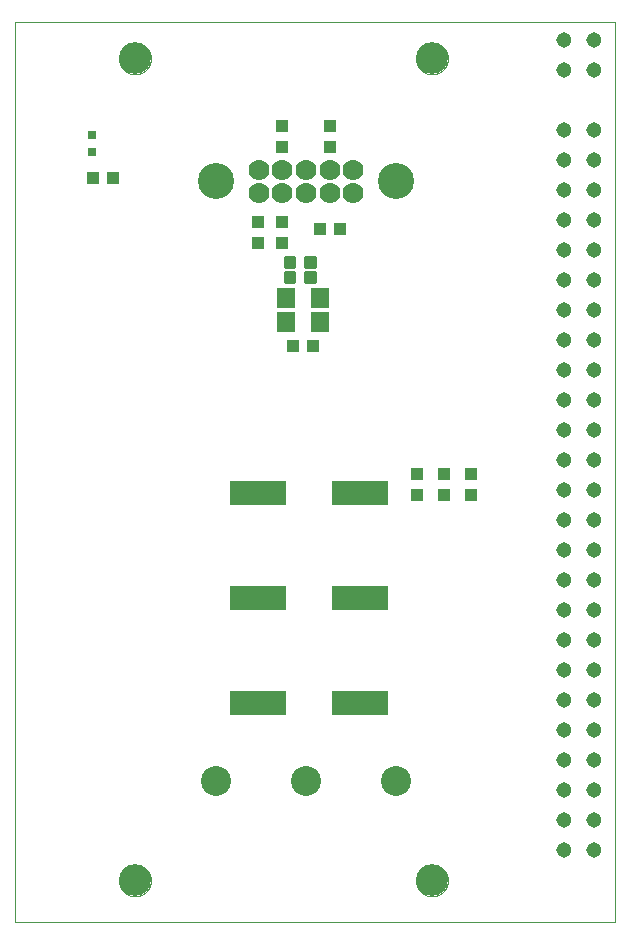
<source format=gts>
G75*
%MOIN*%
%OFA0B0*%
%FSLAX25Y25*%
%IPPOS*%
%LPD*%
%AMOC8*
5,1,8,0,0,1.08239X$1,22.5*
%
%ADD10C,0.00000*%
%ADD11C,0.10600*%
%ADD12R,0.03937X0.04331*%
%ADD13R,0.06299X0.07087*%
%ADD14R,0.04331X0.03937*%
%ADD15R,0.19000X0.08000*%
%ADD16C,0.01181*%
%ADD17R,0.03150X0.03150*%
%ADD18C,0.10000*%
%ADD19C,0.12000*%
%ADD20C,0.07000*%
%ADD21C,0.05137*%
D10*
X0001800Y0006800D02*
X0001800Y0306800D01*
X0201800Y0306800D01*
X0201800Y0006800D01*
X0001800Y0006800D01*
X0036500Y0020800D02*
X0036502Y0020945D01*
X0036508Y0021091D01*
X0036518Y0021236D01*
X0036532Y0021381D01*
X0036550Y0021525D01*
X0036572Y0021669D01*
X0036597Y0021812D01*
X0036627Y0021954D01*
X0036661Y0022096D01*
X0036698Y0022236D01*
X0036740Y0022375D01*
X0036785Y0022514D01*
X0036834Y0022651D01*
X0036886Y0022786D01*
X0036943Y0022920D01*
X0037003Y0023053D01*
X0037066Y0023183D01*
X0037133Y0023312D01*
X0037204Y0023439D01*
X0037278Y0023565D01*
X0037356Y0023688D01*
X0037437Y0023808D01*
X0037521Y0023927D01*
X0037608Y0024043D01*
X0037699Y0024157D01*
X0037792Y0024268D01*
X0037889Y0024377D01*
X0037989Y0024483D01*
X0038091Y0024586D01*
X0038196Y0024686D01*
X0038304Y0024784D01*
X0038415Y0024878D01*
X0038528Y0024969D01*
X0038644Y0025058D01*
X0038762Y0025143D01*
X0038882Y0025224D01*
X0039004Y0025303D01*
X0039129Y0025378D01*
X0039256Y0025449D01*
X0039384Y0025517D01*
X0039514Y0025582D01*
X0039647Y0025643D01*
X0039780Y0025700D01*
X0039915Y0025754D01*
X0040052Y0025803D01*
X0040190Y0025850D01*
X0040329Y0025892D01*
X0040469Y0025930D01*
X0040611Y0025965D01*
X0040753Y0025995D01*
X0040896Y0026022D01*
X0041039Y0026045D01*
X0041183Y0026064D01*
X0041328Y0026079D01*
X0041473Y0026090D01*
X0041618Y0026097D01*
X0041764Y0026100D01*
X0041909Y0026099D01*
X0042054Y0026094D01*
X0042200Y0026085D01*
X0042344Y0026072D01*
X0042489Y0026055D01*
X0042633Y0026034D01*
X0042776Y0026009D01*
X0042919Y0025981D01*
X0043060Y0025948D01*
X0043201Y0025911D01*
X0043341Y0025871D01*
X0043479Y0025827D01*
X0043617Y0025779D01*
X0043752Y0025727D01*
X0043887Y0025672D01*
X0044020Y0025613D01*
X0044151Y0025550D01*
X0044280Y0025484D01*
X0044408Y0025414D01*
X0044534Y0025341D01*
X0044657Y0025264D01*
X0044778Y0025184D01*
X0044898Y0025101D01*
X0045014Y0025014D01*
X0045129Y0024924D01*
X0045241Y0024831D01*
X0045350Y0024735D01*
X0045457Y0024637D01*
X0045560Y0024535D01*
X0045662Y0024430D01*
X0045760Y0024323D01*
X0045855Y0024213D01*
X0045947Y0024100D01*
X0046036Y0023985D01*
X0046122Y0023868D01*
X0046204Y0023748D01*
X0046283Y0023626D01*
X0046359Y0023502D01*
X0046432Y0023376D01*
X0046501Y0023248D01*
X0046566Y0023118D01*
X0046628Y0022987D01*
X0046686Y0022853D01*
X0046741Y0022719D01*
X0046791Y0022582D01*
X0046838Y0022445D01*
X0046882Y0022306D01*
X0046921Y0022166D01*
X0046957Y0022025D01*
X0046988Y0021883D01*
X0047016Y0021740D01*
X0047040Y0021597D01*
X0047060Y0021453D01*
X0047076Y0021308D01*
X0047088Y0021163D01*
X0047096Y0021018D01*
X0047100Y0020873D01*
X0047100Y0020727D01*
X0047096Y0020582D01*
X0047088Y0020437D01*
X0047076Y0020292D01*
X0047060Y0020147D01*
X0047040Y0020003D01*
X0047016Y0019860D01*
X0046988Y0019717D01*
X0046957Y0019575D01*
X0046921Y0019434D01*
X0046882Y0019294D01*
X0046838Y0019155D01*
X0046791Y0019018D01*
X0046741Y0018881D01*
X0046686Y0018747D01*
X0046628Y0018613D01*
X0046566Y0018482D01*
X0046501Y0018352D01*
X0046432Y0018224D01*
X0046359Y0018098D01*
X0046283Y0017974D01*
X0046204Y0017852D01*
X0046122Y0017732D01*
X0046036Y0017615D01*
X0045947Y0017500D01*
X0045855Y0017387D01*
X0045760Y0017277D01*
X0045662Y0017170D01*
X0045560Y0017065D01*
X0045457Y0016963D01*
X0045350Y0016865D01*
X0045241Y0016769D01*
X0045129Y0016676D01*
X0045014Y0016586D01*
X0044898Y0016499D01*
X0044778Y0016416D01*
X0044657Y0016336D01*
X0044534Y0016259D01*
X0044408Y0016186D01*
X0044280Y0016116D01*
X0044151Y0016050D01*
X0044020Y0015987D01*
X0043887Y0015928D01*
X0043752Y0015873D01*
X0043617Y0015821D01*
X0043479Y0015773D01*
X0043341Y0015729D01*
X0043201Y0015689D01*
X0043060Y0015652D01*
X0042919Y0015619D01*
X0042776Y0015591D01*
X0042633Y0015566D01*
X0042489Y0015545D01*
X0042344Y0015528D01*
X0042200Y0015515D01*
X0042054Y0015506D01*
X0041909Y0015501D01*
X0041764Y0015500D01*
X0041618Y0015503D01*
X0041473Y0015510D01*
X0041328Y0015521D01*
X0041183Y0015536D01*
X0041039Y0015555D01*
X0040896Y0015578D01*
X0040753Y0015605D01*
X0040611Y0015635D01*
X0040469Y0015670D01*
X0040329Y0015708D01*
X0040190Y0015750D01*
X0040052Y0015797D01*
X0039915Y0015846D01*
X0039780Y0015900D01*
X0039647Y0015957D01*
X0039514Y0016018D01*
X0039384Y0016083D01*
X0039256Y0016151D01*
X0039129Y0016222D01*
X0039004Y0016297D01*
X0038882Y0016376D01*
X0038762Y0016457D01*
X0038644Y0016542D01*
X0038528Y0016631D01*
X0038415Y0016722D01*
X0038304Y0016816D01*
X0038196Y0016914D01*
X0038091Y0017014D01*
X0037989Y0017117D01*
X0037889Y0017223D01*
X0037792Y0017332D01*
X0037699Y0017443D01*
X0037608Y0017557D01*
X0037521Y0017673D01*
X0037437Y0017792D01*
X0037356Y0017912D01*
X0037278Y0018035D01*
X0037204Y0018161D01*
X0037133Y0018288D01*
X0037066Y0018417D01*
X0037003Y0018547D01*
X0036943Y0018680D01*
X0036886Y0018814D01*
X0036834Y0018949D01*
X0036785Y0019086D01*
X0036740Y0019225D01*
X0036698Y0019364D01*
X0036661Y0019504D01*
X0036627Y0019646D01*
X0036597Y0019788D01*
X0036572Y0019931D01*
X0036550Y0020075D01*
X0036532Y0020219D01*
X0036518Y0020364D01*
X0036508Y0020509D01*
X0036502Y0020655D01*
X0036500Y0020800D01*
X0135500Y0020800D02*
X0135502Y0020945D01*
X0135508Y0021091D01*
X0135518Y0021236D01*
X0135532Y0021381D01*
X0135550Y0021525D01*
X0135572Y0021669D01*
X0135597Y0021812D01*
X0135627Y0021954D01*
X0135661Y0022096D01*
X0135698Y0022236D01*
X0135740Y0022375D01*
X0135785Y0022514D01*
X0135834Y0022651D01*
X0135886Y0022786D01*
X0135943Y0022920D01*
X0136003Y0023053D01*
X0136066Y0023183D01*
X0136133Y0023312D01*
X0136204Y0023439D01*
X0136278Y0023565D01*
X0136356Y0023688D01*
X0136437Y0023808D01*
X0136521Y0023927D01*
X0136608Y0024043D01*
X0136699Y0024157D01*
X0136792Y0024268D01*
X0136889Y0024377D01*
X0136989Y0024483D01*
X0137091Y0024586D01*
X0137196Y0024686D01*
X0137304Y0024784D01*
X0137415Y0024878D01*
X0137528Y0024969D01*
X0137644Y0025058D01*
X0137762Y0025143D01*
X0137882Y0025224D01*
X0138004Y0025303D01*
X0138129Y0025378D01*
X0138256Y0025449D01*
X0138384Y0025517D01*
X0138514Y0025582D01*
X0138647Y0025643D01*
X0138780Y0025700D01*
X0138915Y0025754D01*
X0139052Y0025803D01*
X0139190Y0025850D01*
X0139329Y0025892D01*
X0139469Y0025930D01*
X0139611Y0025965D01*
X0139753Y0025995D01*
X0139896Y0026022D01*
X0140039Y0026045D01*
X0140183Y0026064D01*
X0140328Y0026079D01*
X0140473Y0026090D01*
X0140618Y0026097D01*
X0140764Y0026100D01*
X0140909Y0026099D01*
X0141054Y0026094D01*
X0141200Y0026085D01*
X0141344Y0026072D01*
X0141489Y0026055D01*
X0141633Y0026034D01*
X0141776Y0026009D01*
X0141919Y0025981D01*
X0142060Y0025948D01*
X0142201Y0025911D01*
X0142341Y0025871D01*
X0142479Y0025827D01*
X0142617Y0025779D01*
X0142752Y0025727D01*
X0142887Y0025672D01*
X0143020Y0025613D01*
X0143151Y0025550D01*
X0143280Y0025484D01*
X0143408Y0025414D01*
X0143534Y0025341D01*
X0143657Y0025264D01*
X0143778Y0025184D01*
X0143898Y0025101D01*
X0144014Y0025014D01*
X0144129Y0024924D01*
X0144241Y0024831D01*
X0144350Y0024735D01*
X0144457Y0024637D01*
X0144560Y0024535D01*
X0144662Y0024430D01*
X0144760Y0024323D01*
X0144855Y0024213D01*
X0144947Y0024100D01*
X0145036Y0023985D01*
X0145122Y0023868D01*
X0145204Y0023748D01*
X0145283Y0023626D01*
X0145359Y0023502D01*
X0145432Y0023376D01*
X0145501Y0023248D01*
X0145566Y0023118D01*
X0145628Y0022987D01*
X0145686Y0022853D01*
X0145741Y0022719D01*
X0145791Y0022582D01*
X0145838Y0022445D01*
X0145882Y0022306D01*
X0145921Y0022166D01*
X0145957Y0022025D01*
X0145988Y0021883D01*
X0146016Y0021740D01*
X0146040Y0021597D01*
X0146060Y0021453D01*
X0146076Y0021308D01*
X0146088Y0021163D01*
X0146096Y0021018D01*
X0146100Y0020873D01*
X0146100Y0020727D01*
X0146096Y0020582D01*
X0146088Y0020437D01*
X0146076Y0020292D01*
X0146060Y0020147D01*
X0146040Y0020003D01*
X0146016Y0019860D01*
X0145988Y0019717D01*
X0145957Y0019575D01*
X0145921Y0019434D01*
X0145882Y0019294D01*
X0145838Y0019155D01*
X0145791Y0019018D01*
X0145741Y0018881D01*
X0145686Y0018747D01*
X0145628Y0018613D01*
X0145566Y0018482D01*
X0145501Y0018352D01*
X0145432Y0018224D01*
X0145359Y0018098D01*
X0145283Y0017974D01*
X0145204Y0017852D01*
X0145122Y0017732D01*
X0145036Y0017615D01*
X0144947Y0017500D01*
X0144855Y0017387D01*
X0144760Y0017277D01*
X0144662Y0017170D01*
X0144560Y0017065D01*
X0144457Y0016963D01*
X0144350Y0016865D01*
X0144241Y0016769D01*
X0144129Y0016676D01*
X0144014Y0016586D01*
X0143898Y0016499D01*
X0143778Y0016416D01*
X0143657Y0016336D01*
X0143534Y0016259D01*
X0143408Y0016186D01*
X0143280Y0016116D01*
X0143151Y0016050D01*
X0143020Y0015987D01*
X0142887Y0015928D01*
X0142752Y0015873D01*
X0142617Y0015821D01*
X0142479Y0015773D01*
X0142341Y0015729D01*
X0142201Y0015689D01*
X0142060Y0015652D01*
X0141919Y0015619D01*
X0141776Y0015591D01*
X0141633Y0015566D01*
X0141489Y0015545D01*
X0141344Y0015528D01*
X0141200Y0015515D01*
X0141054Y0015506D01*
X0140909Y0015501D01*
X0140764Y0015500D01*
X0140618Y0015503D01*
X0140473Y0015510D01*
X0140328Y0015521D01*
X0140183Y0015536D01*
X0140039Y0015555D01*
X0139896Y0015578D01*
X0139753Y0015605D01*
X0139611Y0015635D01*
X0139469Y0015670D01*
X0139329Y0015708D01*
X0139190Y0015750D01*
X0139052Y0015797D01*
X0138915Y0015846D01*
X0138780Y0015900D01*
X0138647Y0015957D01*
X0138514Y0016018D01*
X0138384Y0016083D01*
X0138256Y0016151D01*
X0138129Y0016222D01*
X0138004Y0016297D01*
X0137882Y0016376D01*
X0137762Y0016457D01*
X0137644Y0016542D01*
X0137528Y0016631D01*
X0137415Y0016722D01*
X0137304Y0016816D01*
X0137196Y0016914D01*
X0137091Y0017014D01*
X0136989Y0017117D01*
X0136889Y0017223D01*
X0136792Y0017332D01*
X0136699Y0017443D01*
X0136608Y0017557D01*
X0136521Y0017673D01*
X0136437Y0017792D01*
X0136356Y0017912D01*
X0136278Y0018035D01*
X0136204Y0018161D01*
X0136133Y0018288D01*
X0136066Y0018417D01*
X0136003Y0018547D01*
X0135943Y0018680D01*
X0135886Y0018814D01*
X0135834Y0018949D01*
X0135785Y0019086D01*
X0135740Y0019225D01*
X0135698Y0019364D01*
X0135661Y0019504D01*
X0135627Y0019646D01*
X0135597Y0019788D01*
X0135572Y0019931D01*
X0135550Y0020075D01*
X0135532Y0020219D01*
X0135518Y0020364D01*
X0135508Y0020509D01*
X0135502Y0020655D01*
X0135500Y0020800D01*
X0135500Y0294800D02*
X0135502Y0294945D01*
X0135508Y0295091D01*
X0135518Y0295236D01*
X0135532Y0295381D01*
X0135550Y0295525D01*
X0135572Y0295669D01*
X0135597Y0295812D01*
X0135627Y0295954D01*
X0135661Y0296096D01*
X0135698Y0296236D01*
X0135740Y0296375D01*
X0135785Y0296514D01*
X0135834Y0296651D01*
X0135886Y0296786D01*
X0135943Y0296920D01*
X0136003Y0297053D01*
X0136066Y0297183D01*
X0136133Y0297312D01*
X0136204Y0297439D01*
X0136278Y0297565D01*
X0136356Y0297688D01*
X0136437Y0297808D01*
X0136521Y0297927D01*
X0136608Y0298043D01*
X0136699Y0298157D01*
X0136792Y0298268D01*
X0136889Y0298377D01*
X0136989Y0298483D01*
X0137091Y0298586D01*
X0137196Y0298686D01*
X0137304Y0298784D01*
X0137415Y0298878D01*
X0137528Y0298969D01*
X0137644Y0299058D01*
X0137762Y0299143D01*
X0137882Y0299224D01*
X0138004Y0299303D01*
X0138129Y0299378D01*
X0138256Y0299449D01*
X0138384Y0299517D01*
X0138514Y0299582D01*
X0138647Y0299643D01*
X0138780Y0299700D01*
X0138915Y0299754D01*
X0139052Y0299803D01*
X0139190Y0299850D01*
X0139329Y0299892D01*
X0139469Y0299930D01*
X0139611Y0299965D01*
X0139753Y0299995D01*
X0139896Y0300022D01*
X0140039Y0300045D01*
X0140183Y0300064D01*
X0140328Y0300079D01*
X0140473Y0300090D01*
X0140618Y0300097D01*
X0140764Y0300100D01*
X0140909Y0300099D01*
X0141054Y0300094D01*
X0141200Y0300085D01*
X0141344Y0300072D01*
X0141489Y0300055D01*
X0141633Y0300034D01*
X0141776Y0300009D01*
X0141919Y0299981D01*
X0142060Y0299948D01*
X0142201Y0299911D01*
X0142341Y0299871D01*
X0142479Y0299827D01*
X0142617Y0299779D01*
X0142752Y0299727D01*
X0142887Y0299672D01*
X0143020Y0299613D01*
X0143151Y0299550D01*
X0143280Y0299484D01*
X0143408Y0299414D01*
X0143534Y0299341D01*
X0143657Y0299264D01*
X0143778Y0299184D01*
X0143898Y0299101D01*
X0144014Y0299014D01*
X0144129Y0298924D01*
X0144241Y0298831D01*
X0144350Y0298735D01*
X0144457Y0298637D01*
X0144560Y0298535D01*
X0144662Y0298430D01*
X0144760Y0298323D01*
X0144855Y0298213D01*
X0144947Y0298100D01*
X0145036Y0297985D01*
X0145122Y0297868D01*
X0145204Y0297748D01*
X0145283Y0297626D01*
X0145359Y0297502D01*
X0145432Y0297376D01*
X0145501Y0297248D01*
X0145566Y0297118D01*
X0145628Y0296987D01*
X0145686Y0296853D01*
X0145741Y0296719D01*
X0145791Y0296582D01*
X0145838Y0296445D01*
X0145882Y0296306D01*
X0145921Y0296166D01*
X0145957Y0296025D01*
X0145988Y0295883D01*
X0146016Y0295740D01*
X0146040Y0295597D01*
X0146060Y0295453D01*
X0146076Y0295308D01*
X0146088Y0295163D01*
X0146096Y0295018D01*
X0146100Y0294873D01*
X0146100Y0294727D01*
X0146096Y0294582D01*
X0146088Y0294437D01*
X0146076Y0294292D01*
X0146060Y0294147D01*
X0146040Y0294003D01*
X0146016Y0293860D01*
X0145988Y0293717D01*
X0145957Y0293575D01*
X0145921Y0293434D01*
X0145882Y0293294D01*
X0145838Y0293155D01*
X0145791Y0293018D01*
X0145741Y0292881D01*
X0145686Y0292747D01*
X0145628Y0292613D01*
X0145566Y0292482D01*
X0145501Y0292352D01*
X0145432Y0292224D01*
X0145359Y0292098D01*
X0145283Y0291974D01*
X0145204Y0291852D01*
X0145122Y0291732D01*
X0145036Y0291615D01*
X0144947Y0291500D01*
X0144855Y0291387D01*
X0144760Y0291277D01*
X0144662Y0291170D01*
X0144560Y0291065D01*
X0144457Y0290963D01*
X0144350Y0290865D01*
X0144241Y0290769D01*
X0144129Y0290676D01*
X0144014Y0290586D01*
X0143898Y0290499D01*
X0143778Y0290416D01*
X0143657Y0290336D01*
X0143534Y0290259D01*
X0143408Y0290186D01*
X0143280Y0290116D01*
X0143151Y0290050D01*
X0143020Y0289987D01*
X0142887Y0289928D01*
X0142752Y0289873D01*
X0142617Y0289821D01*
X0142479Y0289773D01*
X0142341Y0289729D01*
X0142201Y0289689D01*
X0142060Y0289652D01*
X0141919Y0289619D01*
X0141776Y0289591D01*
X0141633Y0289566D01*
X0141489Y0289545D01*
X0141344Y0289528D01*
X0141200Y0289515D01*
X0141054Y0289506D01*
X0140909Y0289501D01*
X0140764Y0289500D01*
X0140618Y0289503D01*
X0140473Y0289510D01*
X0140328Y0289521D01*
X0140183Y0289536D01*
X0140039Y0289555D01*
X0139896Y0289578D01*
X0139753Y0289605D01*
X0139611Y0289635D01*
X0139469Y0289670D01*
X0139329Y0289708D01*
X0139190Y0289750D01*
X0139052Y0289797D01*
X0138915Y0289846D01*
X0138780Y0289900D01*
X0138647Y0289957D01*
X0138514Y0290018D01*
X0138384Y0290083D01*
X0138256Y0290151D01*
X0138129Y0290222D01*
X0138004Y0290297D01*
X0137882Y0290376D01*
X0137762Y0290457D01*
X0137644Y0290542D01*
X0137528Y0290631D01*
X0137415Y0290722D01*
X0137304Y0290816D01*
X0137196Y0290914D01*
X0137091Y0291014D01*
X0136989Y0291117D01*
X0136889Y0291223D01*
X0136792Y0291332D01*
X0136699Y0291443D01*
X0136608Y0291557D01*
X0136521Y0291673D01*
X0136437Y0291792D01*
X0136356Y0291912D01*
X0136278Y0292035D01*
X0136204Y0292161D01*
X0136133Y0292288D01*
X0136066Y0292417D01*
X0136003Y0292547D01*
X0135943Y0292680D01*
X0135886Y0292814D01*
X0135834Y0292949D01*
X0135785Y0293086D01*
X0135740Y0293225D01*
X0135698Y0293364D01*
X0135661Y0293504D01*
X0135627Y0293646D01*
X0135597Y0293788D01*
X0135572Y0293931D01*
X0135550Y0294075D01*
X0135532Y0294219D01*
X0135518Y0294364D01*
X0135508Y0294509D01*
X0135502Y0294655D01*
X0135500Y0294800D01*
X0036500Y0294800D02*
X0036502Y0294945D01*
X0036508Y0295091D01*
X0036518Y0295236D01*
X0036532Y0295381D01*
X0036550Y0295525D01*
X0036572Y0295669D01*
X0036597Y0295812D01*
X0036627Y0295954D01*
X0036661Y0296096D01*
X0036698Y0296236D01*
X0036740Y0296375D01*
X0036785Y0296514D01*
X0036834Y0296651D01*
X0036886Y0296786D01*
X0036943Y0296920D01*
X0037003Y0297053D01*
X0037066Y0297183D01*
X0037133Y0297312D01*
X0037204Y0297439D01*
X0037278Y0297565D01*
X0037356Y0297688D01*
X0037437Y0297808D01*
X0037521Y0297927D01*
X0037608Y0298043D01*
X0037699Y0298157D01*
X0037792Y0298268D01*
X0037889Y0298377D01*
X0037989Y0298483D01*
X0038091Y0298586D01*
X0038196Y0298686D01*
X0038304Y0298784D01*
X0038415Y0298878D01*
X0038528Y0298969D01*
X0038644Y0299058D01*
X0038762Y0299143D01*
X0038882Y0299224D01*
X0039004Y0299303D01*
X0039129Y0299378D01*
X0039256Y0299449D01*
X0039384Y0299517D01*
X0039514Y0299582D01*
X0039647Y0299643D01*
X0039780Y0299700D01*
X0039915Y0299754D01*
X0040052Y0299803D01*
X0040190Y0299850D01*
X0040329Y0299892D01*
X0040469Y0299930D01*
X0040611Y0299965D01*
X0040753Y0299995D01*
X0040896Y0300022D01*
X0041039Y0300045D01*
X0041183Y0300064D01*
X0041328Y0300079D01*
X0041473Y0300090D01*
X0041618Y0300097D01*
X0041764Y0300100D01*
X0041909Y0300099D01*
X0042054Y0300094D01*
X0042200Y0300085D01*
X0042344Y0300072D01*
X0042489Y0300055D01*
X0042633Y0300034D01*
X0042776Y0300009D01*
X0042919Y0299981D01*
X0043060Y0299948D01*
X0043201Y0299911D01*
X0043341Y0299871D01*
X0043479Y0299827D01*
X0043617Y0299779D01*
X0043752Y0299727D01*
X0043887Y0299672D01*
X0044020Y0299613D01*
X0044151Y0299550D01*
X0044280Y0299484D01*
X0044408Y0299414D01*
X0044534Y0299341D01*
X0044657Y0299264D01*
X0044778Y0299184D01*
X0044898Y0299101D01*
X0045014Y0299014D01*
X0045129Y0298924D01*
X0045241Y0298831D01*
X0045350Y0298735D01*
X0045457Y0298637D01*
X0045560Y0298535D01*
X0045662Y0298430D01*
X0045760Y0298323D01*
X0045855Y0298213D01*
X0045947Y0298100D01*
X0046036Y0297985D01*
X0046122Y0297868D01*
X0046204Y0297748D01*
X0046283Y0297626D01*
X0046359Y0297502D01*
X0046432Y0297376D01*
X0046501Y0297248D01*
X0046566Y0297118D01*
X0046628Y0296987D01*
X0046686Y0296853D01*
X0046741Y0296719D01*
X0046791Y0296582D01*
X0046838Y0296445D01*
X0046882Y0296306D01*
X0046921Y0296166D01*
X0046957Y0296025D01*
X0046988Y0295883D01*
X0047016Y0295740D01*
X0047040Y0295597D01*
X0047060Y0295453D01*
X0047076Y0295308D01*
X0047088Y0295163D01*
X0047096Y0295018D01*
X0047100Y0294873D01*
X0047100Y0294727D01*
X0047096Y0294582D01*
X0047088Y0294437D01*
X0047076Y0294292D01*
X0047060Y0294147D01*
X0047040Y0294003D01*
X0047016Y0293860D01*
X0046988Y0293717D01*
X0046957Y0293575D01*
X0046921Y0293434D01*
X0046882Y0293294D01*
X0046838Y0293155D01*
X0046791Y0293018D01*
X0046741Y0292881D01*
X0046686Y0292747D01*
X0046628Y0292613D01*
X0046566Y0292482D01*
X0046501Y0292352D01*
X0046432Y0292224D01*
X0046359Y0292098D01*
X0046283Y0291974D01*
X0046204Y0291852D01*
X0046122Y0291732D01*
X0046036Y0291615D01*
X0045947Y0291500D01*
X0045855Y0291387D01*
X0045760Y0291277D01*
X0045662Y0291170D01*
X0045560Y0291065D01*
X0045457Y0290963D01*
X0045350Y0290865D01*
X0045241Y0290769D01*
X0045129Y0290676D01*
X0045014Y0290586D01*
X0044898Y0290499D01*
X0044778Y0290416D01*
X0044657Y0290336D01*
X0044534Y0290259D01*
X0044408Y0290186D01*
X0044280Y0290116D01*
X0044151Y0290050D01*
X0044020Y0289987D01*
X0043887Y0289928D01*
X0043752Y0289873D01*
X0043617Y0289821D01*
X0043479Y0289773D01*
X0043341Y0289729D01*
X0043201Y0289689D01*
X0043060Y0289652D01*
X0042919Y0289619D01*
X0042776Y0289591D01*
X0042633Y0289566D01*
X0042489Y0289545D01*
X0042344Y0289528D01*
X0042200Y0289515D01*
X0042054Y0289506D01*
X0041909Y0289501D01*
X0041764Y0289500D01*
X0041618Y0289503D01*
X0041473Y0289510D01*
X0041328Y0289521D01*
X0041183Y0289536D01*
X0041039Y0289555D01*
X0040896Y0289578D01*
X0040753Y0289605D01*
X0040611Y0289635D01*
X0040469Y0289670D01*
X0040329Y0289708D01*
X0040190Y0289750D01*
X0040052Y0289797D01*
X0039915Y0289846D01*
X0039780Y0289900D01*
X0039647Y0289957D01*
X0039514Y0290018D01*
X0039384Y0290083D01*
X0039256Y0290151D01*
X0039129Y0290222D01*
X0039004Y0290297D01*
X0038882Y0290376D01*
X0038762Y0290457D01*
X0038644Y0290542D01*
X0038528Y0290631D01*
X0038415Y0290722D01*
X0038304Y0290816D01*
X0038196Y0290914D01*
X0038091Y0291014D01*
X0037989Y0291117D01*
X0037889Y0291223D01*
X0037792Y0291332D01*
X0037699Y0291443D01*
X0037608Y0291557D01*
X0037521Y0291673D01*
X0037437Y0291792D01*
X0037356Y0291912D01*
X0037278Y0292035D01*
X0037204Y0292161D01*
X0037133Y0292288D01*
X0037066Y0292417D01*
X0037003Y0292547D01*
X0036943Y0292680D01*
X0036886Y0292814D01*
X0036834Y0292949D01*
X0036785Y0293086D01*
X0036740Y0293225D01*
X0036698Y0293364D01*
X0036661Y0293504D01*
X0036627Y0293646D01*
X0036597Y0293788D01*
X0036572Y0293931D01*
X0036550Y0294075D01*
X0036532Y0294219D01*
X0036518Y0294364D01*
X0036508Y0294509D01*
X0036502Y0294655D01*
X0036500Y0294800D01*
D11*
X0041800Y0294800D03*
X0140800Y0294800D03*
X0140800Y0020800D03*
X0041800Y0020800D03*
D12*
X0135800Y0149454D03*
X0135800Y0156146D03*
X0144800Y0156146D03*
X0144800Y0149454D03*
X0153800Y0149454D03*
X0153800Y0156146D03*
X0090800Y0233454D03*
X0090800Y0240146D03*
X0082800Y0240146D03*
X0082800Y0233454D03*
X0090800Y0265454D03*
X0090800Y0272146D03*
X0106800Y0272146D03*
X0106800Y0265454D03*
D13*
X0103312Y0214800D03*
X0103312Y0206800D03*
X0092288Y0206800D03*
X0092288Y0214800D03*
D14*
X0094454Y0198800D03*
X0101146Y0198800D03*
X0103454Y0237800D03*
X0110146Y0237800D03*
X0034446Y0254900D03*
X0027754Y0254900D03*
D15*
X0082800Y0149800D03*
X0082800Y0114800D03*
X0082800Y0079800D03*
X0116800Y0079800D03*
X0116800Y0114800D03*
X0116800Y0149800D03*
D16*
X0098875Y0220422D02*
X0098875Y0223178D01*
X0101631Y0223178D01*
X0101631Y0220422D01*
X0098875Y0220422D01*
X0098875Y0221602D02*
X0101631Y0221602D01*
X0101631Y0222782D02*
X0098875Y0222782D01*
X0098875Y0225422D02*
X0098875Y0228178D01*
X0101631Y0228178D01*
X0101631Y0225422D01*
X0098875Y0225422D01*
X0098875Y0226602D02*
X0101631Y0226602D01*
X0101631Y0227782D02*
X0098875Y0227782D01*
X0091969Y0228178D02*
X0091969Y0225422D01*
X0091969Y0228178D02*
X0094725Y0228178D01*
X0094725Y0225422D01*
X0091969Y0225422D01*
X0091969Y0226602D02*
X0094725Y0226602D01*
X0094725Y0227782D02*
X0091969Y0227782D01*
X0091969Y0223178D02*
X0091969Y0220422D01*
X0091969Y0223178D02*
X0094725Y0223178D01*
X0094725Y0220422D01*
X0091969Y0220422D01*
X0091969Y0221602D02*
X0094725Y0221602D01*
X0094725Y0222782D02*
X0091969Y0222782D01*
D17*
X0027300Y0263547D03*
X0027300Y0269453D03*
D18*
X0068800Y0053800D03*
X0098800Y0053800D03*
X0128800Y0053800D03*
D19*
X0128800Y0253800D03*
X0068800Y0253800D03*
D20*
X0083052Y0249863D03*
X0083052Y0257737D03*
X0090926Y0257737D03*
X0090926Y0249863D03*
X0098800Y0249863D03*
X0098800Y0257737D03*
X0106674Y0257737D03*
X0106674Y0249863D03*
X0114548Y0249863D03*
X0114548Y0257737D03*
D21*
X0184800Y0260800D03*
X0184800Y0250800D03*
X0184800Y0240800D03*
X0184800Y0230800D03*
X0184800Y0220800D03*
X0184800Y0210800D03*
X0184800Y0200800D03*
X0184800Y0190800D03*
X0184800Y0180800D03*
X0184800Y0170800D03*
X0184800Y0160800D03*
X0184800Y0150800D03*
X0184800Y0140800D03*
X0184800Y0130800D03*
X0184800Y0120800D03*
X0184800Y0110800D03*
X0184800Y0100800D03*
X0184800Y0090800D03*
X0184800Y0080800D03*
X0184800Y0070800D03*
X0184800Y0060800D03*
X0184800Y0050800D03*
X0184800Y0040800D03*
X0184800Y0030800D03*
X0194800Y0030800D03*
X0194800Y0040800D03*
X0194800Y0050800D03*
X0194800Y0060800D03*
X0194800Y0070800D03*
X0194800Y0080800D03*
X0194800Y0090800D03*
X0194800Y0100800D03*
X0194800Y0110800D03*
X0194800Y0120800D03*
X0194800Y0130800D03*
X0194800Y0140800D03*
X0194800Y0150800D03*
X0194800Y0160800D03*
X0194800Y0170800D03*
X0194800Y0180800D03*
X0194800Y0190800D03*
X0194800Y0200800D03*
X0194800Y0210800D03*
X0194800Y0220800D03*
X0194800Y0230800D03*
X0194800Y0240800D03*
X0194800Y0250800D03*
X0194800Y0260800D03*
X0194800Y0270800D03*
X0184800Y0270800D03*
X0184800Y0290800D03*
X0184800Y0300800D03*
X0194800Y0300800D03*
X0194800Y0290800D03*
M02*

</source>
